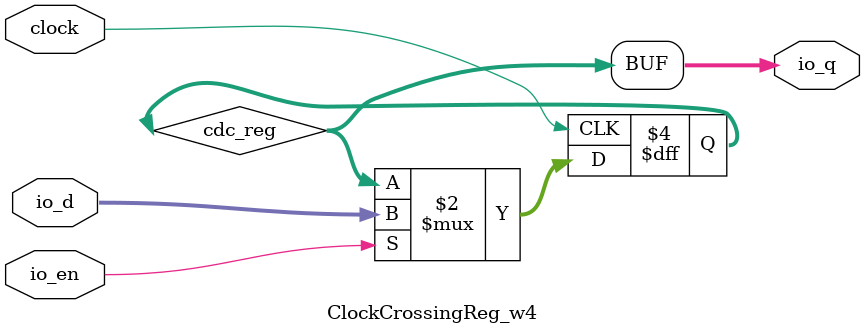
<source format=sv>
`ifndef RANDOMIZE
  `ifdef RANDOMIZE_REG_INIT
    `define RANDOMIZE
  `endif // RANDOMIZE_REG_INIT
`endif // not def RANDOMIZE
`ifndef RANDOMIZE
  `ifdef RANDOMIZE_MEM_INIT
    `define RANDOMIZE
  `endif // RANDOMIZE_MEM_INIT
`endif // not def RANDOMIZE

`ifndef RANDOM
  `define RANDOM $random
`endif // not def RANDOM

// Users can define 'PRINTF_COND' to add an extra gate to prints.
`ifndef PRINTF_COND_
  `ifdef PRINTF_COND
    `define PRINTF_COND_ (`PRINTF_COND)
  `else  // PRINTF_COND
    `define PRINTF_COND_ 1
  `endif // PRINTF_COND
`endif // not def PRINTF_COND_

// Users can define 'ASSERT_VERBOSE_COND' to add an extra gate to assert error printing.
`ifndef ASSERT_VERBOSE_COND_
  `ifdef ASSERT_VERBOSE_COND
    `define ASSERT_VERBOSE_COND_ (`ASSERT_VERBOSE_COND)
  `else  // ASSERT_VERBOSE_COND
    `define ASSERT_VERBOSE_COND_ 1
  `endif // ASSERT_VERBOSE_COND
`endif // not def ASSERT_VERBOSE_COND_

// Users can define 'STOP_COND' to add an extra gate to stop conditions.
`ifndef STOP_COND_
  `ifdef STOP_COND
    `define STOP_COND_ (`STOP_COND)
  `else  // STOP_COND
    `define STOP_COND_ 1
  `endif // STOP_COND
`endif // not def STOP_COND_

// Users can define INIT_RANDOM as general code that gets injected into the
// initializer block for modules with registers.
`ifndef INIT_RANDOM
  `define INIT_RANDOM
`endif // not def INIT_RANDOM

// If using random initialization, you can also define RANDOMIZE_DELAY to
// customize the delay used, otherwise 0.002 is used.
`ifndef RANDOMIZE_DELAY
  `define RANDOMIZE_DELAY 0.002
`endif // not def RANDOMIZE_DELAY

// Define INIT_RANDOM_PROLOG_ for use in our modules below.
`ifndef INIT_RANDOM_PROLOG_
  `ifdef RANDOMIZE
    `ifdef VERILATOR
      `define INIT_RANDOM_PROLOG_ `INIT_RANDOM
    `else  // VERILATOR
      `define INIT_RANDOM_PROLOG_ `INIT_RANDOM #`RANDOMIZE_DELAY begin end
    `endif // VERILATOR
  `else  // RANDOMIZE
    `define INIT_RANDOM_PROLOG_
  `endif // RANDOMIZE
`endif // not def INIT_RANDOM_PROLOG_

module ClockCrossingReg_w4(
  input        clock,
  input  [3:0] io_d,
  input        io_en,
  output [3:0] io_q
);

  reg [3:0] cdc_reg;	// @[Reg.scala:19:16]
  always @(posedge clock) begin
    if (io_en)
      cdc_reg <= io_d;	// @[Reg.scala:19:16]
  end // always @(posedge)
  `ifndef SYNTHESIS
    `ifdef FIRRTL_BEFORE_INITIAL
      `FIRRTL_BEFORE_INITIAL
    `endif // FIRRTL_BEFORE_INITIAL
    logic [31:0] _RANDOM_0;
    initial begin
      `ifdef INIT_RANDOM_PROLOG_
        `INIT_RANDOM_PROLOG_
      `endif // INIT_RANDOM_PROLOG_
      `ifdef RANDOMIZE_REG_INIT
        _RANDOM_0 = `RANDOM;
        cdc_reg = _RANDOM_0[3:0];	// @[Reg.scala:19:16]
      `endif // RANDOMIZE_REG_INIT
    end // initial
    `ifdef FIRRTL_AFTER_INITIAL
      `FIRRTL_AFTER_INITIAL
    `endif // FIRRTL_AFTER_INITIAL
  `endif // not def SYNTHESIS
  assign io_q = cdc_reg;	// @[Reg.scala:19:16]
endmodule


</source>
